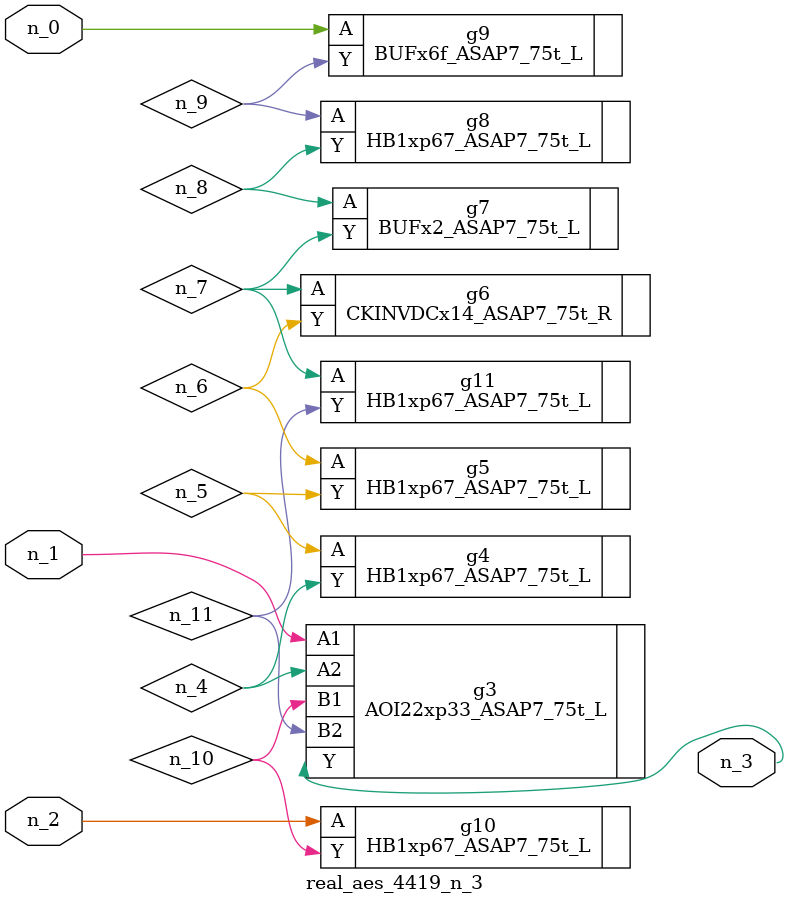
<source format=v>
module real_aes_4419_n_3 (n_0, n_2, n_1, n_3);
input n_0;
input n_2;
input n_1;
output n_3;
wire n_4;
wire n_5;
wire n_7;
wire n_8;
wire n_6;
wire n_9;
wire n_10;
wire n_11;
BUFx6f_ASAP7_75t_L g9 ( .A(n_0), .Y(n_9) );
AOI22xp33_ASAP7_75t_L g3 ( .A1(n_1), .A2(n_4), .B1(n_10), .B2(n_11), .Y(n_3) );
HB1xp67_ASAP7_75t_L g10 ( .A(n_2), .Y(n_10) );
HB1xp67_ASAP7_75t_L g4 ( .A(n_5), .Y(n_4) );
HB1xp67_ASAP7_75t_L g5 ( .A(n_6), .Y(n_5) );
CKINVDCx14_ASAP7_75t_R g6 ( .A(n_7), .Y(n_6) );
HB1xp67_ASAP7_75t_L g11 ( .A(n_7), .Y(n_11) );
BUFx2_ASAP7_75t_L g7 ( .A(n_8), .Y(n_7) );
HB1xp67_ASAP7_75t_L g8 ( .A(n_9), .Y(n_8) );
endmodule
</source>
